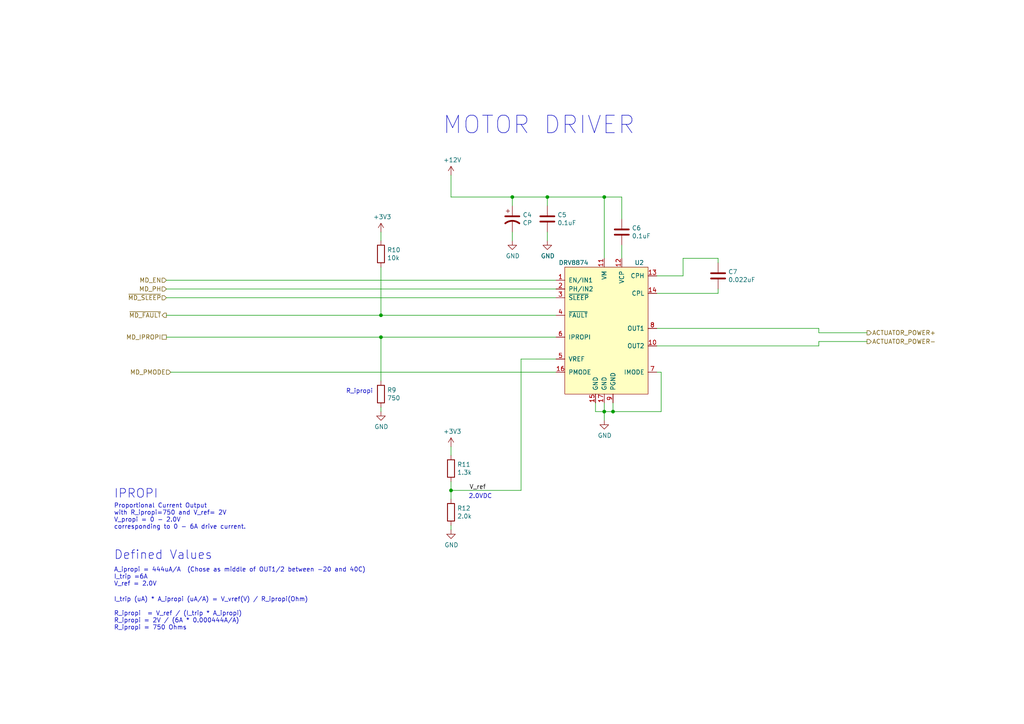
<source format=kicad_sch>
(kicad_sch (version 20230121) (generator eeschema)
  (paper "A4")
  (title_block (date "2024-07-22") (rev "1.3") (comment 1 "Design by: Matt Casari") (comment 2 "Updated by Joseph Kurina"))
  (lib_symbols
    (symbol "Device:C" (pin_numbers hide) (pin_names (offset 0.254))
      (property "Reference" "C" (at 0.635 2.54 0))
      (property "Value" "C" (at 0.635 -2.54 0))
      (symbol "C_0_1"
        (polyline (pts (xy -2.032 -0.762) (xy 2.032 -0.762)) (stroke (width 0.508)))
        (polyline (pts (xy -2.032 0.762) (xy 2.032 0.762)) (stroke (width 0.508)))
      )
      (symbol "C_1_1"
        (pin passive line (at 0 3.81 270) (length 2.794) (name "~") (number "1"))
        (pin passive line (at 0 -3.81 90) (length 2.794) (name "~") (number "2"))
      )
    )
    (symbol "Device:C_Polarized_US" (pin_numbers hide) (pin_names (offset 0.254) hide)
      (property "Reference" "C" (at 0.635 2.54 0))
      (property "Value" "C_Polarized_US" (at 0.635 -2.54 0))
      (symbol "C_Polarized_US_0_1"
        (polyline (pts (xy -2.032 0.762) (xy 2.032 0.762)) (stroke (width 0.508)))
        (polyline (pts (xy -1.778 2.286) (xy -0.762 2.286)))
        (polyline (pts (xy -1.27 1.778) (xy -1.27 2.794)))
        (arc (start 2.032 -1.27) (mid 0 -0.5572) (end -2.032 -1.27) (stroke (width 0.508)))
      )
      (symbol "C_Polarized_US_1_1"
        (pin passive line (at 0 3.81 270) (length 2.794) (name "~") (number "1"))
        (pin passive line (at 0 -3.81 90) (length 3.302) (name "~") (number "2"))
      )
    )
    (symbol "Device:R" (pin_numbers hide) (pin_names (offset 0))
      (property "Reference" "R" (at 2.032 0 90))
      (property "Value" "R" (at 0 0 90))
      (symbol "R_0_1"
        (rectangle (start -1.016 -2.54) (end 1.016 2.54) (stroke (width 0.254)))
      )
      (symbol "R_1_1"
        (pin passive line (at 0 3.81 270) (length 1.27) (name "~") (number "1"))
        (pin passive line (at 0 -3.81 90) (length 1.27) (name "~") (number "2"))
      )
    )
    (symbol "PMEL_MotorDriver:DRV8874" (pin_names (offset 1.016))
      (property "Reference" "U" (at 7.62 19.05 0))
      (property "Value" "DRV8874" (at -8.89 19.05 0))
      (symbol "DRV8874_0_0"
        (pin input line (at -15.24 13.97 0) (length 2.54) (name "EN/IN1") (number "1"))
        (pin output line (at 13.97 -5.08 180) (length 2.54) (name "OUT2") (number "10"))
        (pin power_in line (at -1.27 20.32 270) (length 2.54) (name "VM") (number "11"))
        (pin power_out line (at 3.81 20.32 270) (length 2.54) (name "VCP") (number "12"))
        (pin passive line (at 13.97 15.24 180) (length 2.54) (name "CPH") (number "13"))
        (pin passive line (at 13.97 10.16 180) (length 2.54) (name "CPL") (number "14"))
        (pin power_in line (at -3.81 -21.59 90) (length 2.54) (name "GND") (number "15"))
        (pin input line (at -15.24 -12.7 0) (length 2.54) (name "PMODE") (number "16"))
        (pin power_in line (at -1.27 -21.59 90) (length 2.54) (name "GND") (number "17"))
        (pin input line (at -15.24 11.43 0) (length 2.54) (name "PH/IN2") (number "2"))
        (pin input line (at -15.24 8.89 0) (length 2.54) (name "~{SLEEP}") (number "3"))
        (pin open_collector line (at -15.24 3.81 0) (length 2.54) (name "~{FAULT}") (number "4"))
        (pin input line (at -15.24 -8.89 0) (length 2.54) (name "VREF") (number "5"))
        (pin output line (at -15.24 -2.54 0) (length 2.54) (name "IPROPI") (number "6"))
        (pin input line (at 13.97 -12.7 180) (length 2.54) (name "IMODE") (number "7"))
        (pin output line (at 13.97 0 180) (length 2.54) (name "OUT1") (number "8"))
        (pin power_in line (at 1.27 -21.59 90) (length 2.54) (name "PGND") (number "9"))
      )
      (symbol "DRV8874_0_1"
        (rectangle (start -12.7 17.78) (end 11.43 -19.05) (fill (type background)))
      )
    )
    (symbol "power:+12V" (power) (pin_names (offset 0))
      (property "Value" "+12V" (at 0 3.556 0))
      (symbol "+12V_0_1"
        (polyline (pts (xy -0.762 1.27) (xy 0 2.54)))
        (polyline (pts (xy 0 0) (xy 0 2.54)))
        (polyline (pts (xy 0 2.54) (xy 0.762 1.27)))
      )
      (symbol "+12V_1_1"
        (pin power_in line (at 0 0 90) (length 0) hide (name "+12V") (number "1"))
      )
    )
    (symbol "power:+3V3" (power) (pin_names (offset 0))
      (property "Value" "+3V3" (at 0 3.556 0))
      (symbol "+3V3_0_1"
        (polyline (pts (xy -0.762 1.27) (xy 0 2.54)))
        (polyline (pts (xy 0 0) (xy 0 2.54)))
        (polyline (pts (xy 0 2.54) (xy 0.762 1.27)))
      )
      (symbol "+3V3_1_1"
        (pin power_in line (at 0 0 90) (length 0) hide (name "+3V3") (number "1"))
      )
    )
    (symbol "power:GND" (power) (pin_names (offset 0))
      (property "Value" "GND" (at 0 -3.81 0))
      (symbol "GND_0_1"
        (polyline (pts (xy 0 0) (xy 0 -1.27) (xy 1.27 -1.27) (xy 0 -2.54) (xy -1.27 -1.27) (xy 0 -1.27)))
      )
      (symbol "GND_1_1"
        (pin power_in line (at 0 0 270) (length 0) hide (name "GND") (number "1"))
      )
    )
  )
  (junction (at 158.75 57.15))
  (junction (at 110.49 91.44))
  (junction (at 110.49 97.79))
  (junction (at 175.26 57.15))
  (junction (at 130.81 142.24))
  (junction (at 175.26 119.38))
  (junction (at 177.8 119.38))
  (junction (at 148.59 57.15))
  (wire (pts (xy 110.49 119.38) (xy 110.49 118.11)))
  (wire (pts (xy 48.26 86.36) (xy 161.29 86.36)))
  (wire (pts (xy 148.59 57.15) (xy 158.75 57.15)))
  (wire (pts (xy 191.77 119.38) (xy 191.77 107.95)))
  (wire (pts (xy 175.26 74.93) (xy 175.26 57.15)))
  (wire (pts (xy 158.75 69.85) (xy 158.75 67.31)))
  (wire (pts (xy 180.34 63.5) (xy 180.34 57.15)))
  (wire (pts (xy 110.49 97.79) (xy 161.29 97.79)))
  (wire (pts (xy 175.26 121.92) (xy 175.26 119.38)))
  (wire (pts (xy 208.28 74.93) (xy 208.28 76.2)))
  (wire (pts (xy 190.5 85.09) (xy 208.28 85.09)))
  (wire (pts (xy 130.81 139.7) (xy 130.81 142.24)))
  (wire (pts (xy 190.5 80.01) (xy 198.12 80.01)))
  (wire (pts (xy 49.53 107.95) (xy 161.29 107.95)))
  (wire (pts (xy 48.26 81.28) (xy 161.29 81.28)))
  (wire (pts (xy 110.49 69.85) (xy 110.49 67.31)))
  (wire (pts (xy 110.49 110.49) (xy 110.49 97.79)))
  (wire (pts (xy 130.81 129.54) (xy 130.81 132.08)))
  (wire (pts (xy 158.75 57.15) (xy 158.75 59.69)))
  (wire (pts (xy 130.81 142.24) (xy 130.81 144.78)))
  (wire (pts (xy 151.13 104.14) (xy 151.13 142.24)))
  (wire (pts (xy 208.28 85.09) (xy 208.28 83.82)))
  (wire (pts (xy 161.29 104.14) (xy 151.13 104.14)))
  (wire (pts (xy 177.8 116.84) (xy 177.8 119.38)))
  (wire (pts (xy 198.12 74.93) (xy 208.28 74.93)))
  (wire (pts (xy 198.12 80.01) (xy 198.12 74.93)))
  (wire (pts (xy 177.8 119.38) (xy 175.26 119.38)))
  (wire (pts (xy 48.26 91.44) (xy 110.49 91.44)))
  (wire (pts (xy 180.34 71.12) (xy 180.34 74.93)))
  (wire (pts (xy 48.26 83.82) (xy 161.29 83.82)))
  (wire (pts (xy 177.8 119.38) (xy 191.77 119.38)))
  (wire (pts (xy 190.5 95.25) (xy 237.49 95.25)))
  (wire (pts (xy 130.81 153.67) (xy 130.81 152.4)))
  (wire (pts (xy 110.49 91.44) (xy 161.29 91.44)))
  (wire (pts (xy 151.13 142.24) (xy 130.81 142.24)))
  (wire (pts (xy 110.49 77.47) (xy 110.49 91.44)))
  (wire (pts (xy 190.5 100.33) (xy 237.49 100.33)))
  (wire (pts (xy 172.72 116.84) (xy 172.72 119.38)))
  (wire (pts (xy 237.49 99.06) (xy 251.46 99.06)))
  (wire (pts (xy 48.26 97.79) (xy 110.49 97.79)))
  (wire (pts (xy 172.72 119.38) (xy 175.26 119.38)))
  (wire (pts (xy 251.46 96.52) (xy 237.49 96.52)))
  (wire (pts (xy 191.77 107.95) (xy 190.5 107.95)))
  (wire (pts (xy 175.26 119.38) (xy 175.26 116.84)))
  (wire (pts (xy 237.49 99.06) (xy 237.49 100.33)))
  (wire (pts (xy 148.59 57.15) (xy 148.59 59.69)))
  (wire (pts (xy 237.49 95.25) (xy 237.49 96.52)))
  (wire (pts (xy 175.26 57.15) (xy 180.34 57.15)))
  (wire (pts (xy 130.81 57.15) (xy 148.59 57.15)))
  (wire (pts (xy 130.81 57.15) (xy 130.81 50.8)))
  (wire (pts (xy 148.59 69.85) (xy 148.59 67.31)))
  (wire (pts (xy 158.75 57.15) (xy 175.26 57.15)))
  (text "R_ipropi" (at 100.33 114.3 0) (effects (font (size 1.27 1.27)) (justify left bottom)))
  (text "Defined Values" (at 33.02 162.56 0) (effects (font (size 2.54 2.54)) (justify left bottom)))
  (text "A_ipropi = 444uA/A  (Chose as middle of OUT1/2 between -20 and 40C)\nI_trip =6A\nV_ref = 2.0V" (at 33.02 170.18 0) (effects (font (size 1.27 1.27)) (justify left bottom)))
  (text "I_trip (uA) * A_ipropi (uA/A) = V_vref(V) / R_ipropi(Ohm)\n\nR_ipropi  = V_ref / (I_trip * A_ipropi)\nR_ipropi = 2V / (6A * 0.000444A/A)\nR_ipropi = 750 Ohms" (at 33.02 182.88 0) (effects (font (size 1.27 1.27)) (justify left bottom)))
  (text "IPROPI" (at 33.02 144.78 0) (effects (font (size 2.54 2.54)) (justify left bottom)))
  (text "MOTOR DRIVER" (at 128.27 39.37 0) (effects (font (size 5.08 5.08)) (justify left bottom)))
  (text "Proportional Current Output\nwith R_ipropi=750 and V_ref= 2V\nV_propi = 0 - 2.0V\ncorresponding to 0 - 6A drive current." (at 33.02 153.67 0) (effects (font (size 1.27 1.27)) (justify left bottom)))
  (text "2.0VDC" (at 135.89 144.78 0) (effects (font (size 1.27 1.27)) (justify left bottom)))
  (label "V_ref" (at 140.97 142.24 180))
  (hierarchical_label "~{MD_SLEEP}" (shape input) (at 48.26 86.36 180))
  (hierarchical_label "MD_IPROPI" (shape passive) (at 48.26 97.79 180))
  (hierarchical_label "MD_PMODE" (shape input) (at 49.53 107.95 180))
  (hierarchical_label "MD_EN" (shape input) (at 48.26 81.28 180))
  (hierarchical_label "ACTUATOR_POWER-" (shape output) (at 251.46 99.06 0))
  (hierarchical_label "ACTUATOR_POWER+" (shape output) (at 251.46 96.52 0))
  (hierarchical_label "~{MD_FAULT}" (shape output) (at 48.26 91.44 180))
  (hierarchical_label "MD_PH" (shape input) (at 48.26 83.82 180))
  (symbol (lib_id "PMEL_MotorDriver:DRV8874") (at 176.53 95.25 0) (unit 1)
    (property "Reference" "U2" (at 185.42 76.2 0))
    (property "Value" "DRV8874" (at 166.37 76.2 0))
    (property "Footprint" "Package_SO:HTSSOP-16-1EP_4.4x5mm_P0.65mm_EP3.4x5mm_Mask3x3mm_ThermalVias" (effects hide))
    (property "Datasheet" "https://www.ti.com/lit/ds/symlink/drv8874.pdf?ts=1591932536319&ref_url=https%253A%252F%252Fwww.ti.com%252Fproduct%252FDRV8874%253FkeyMatch%253DDRV8874%2526tisearch%253DSearch-EN-everything%2526usecase%253DGPN" (effects hide))
    (property "MPN" "DRV8874PWPR" (effects hide))
  )
  (symbol (lib_id "power:GND") (at 175.26 121.92 0) (unit 1)
    (property "Reference" "#PWR018" (effects hide))
    (property "Value" "GND" (at 175.387 126.3142 0))
  )
  (symbol (lib_id "Device:R") (at 130.81 148.59 0) (unit 1)
    (property "Reference" "R12" (at 132.588 147.4216 0) (effects (justify left)))
    (property "Value" "2.0k" (at 132.588 149.733 0) (effects (justify left)))
    (property "Footprint" "Resistor_SMD:R_0805_2012Metric" (effects hide))
    (property "MPN" "RNCP0805FTD2K00" (effects hide))
  )
  (symbol (lib_id "Device:R") (at 130.81 135.89 0) (unit 1)
    (property "Reference" "R11" (at 132.588 134.7216 0) (effects (justify left)))
    (property "Value" "1.3k" (at 132.588 137.033 0) (effects (justify left)))
    (property "Footprint" "Resistor_SMD:R_0805_2012Metric" (effects hide))
    (property "MPN" "RNCP0805FTD1K30" (effects hide))
  )
  (symbol (lib_id "power:GND") (at 130.81 153.67 0) (unit 1)
    (property "Reference" "#PWR014" (effects hide))
    (property "Value" "GND" (at 130.937 158.0642 0))
  )
  (symbol (lib_id "power:+3V3") (at 130.81 129.54 0) (unit 1)
    (property "Reference" "#PWR013" (effects hide))
    (property "Value" "+3V3" (at 131.191 125.1458 0))
  )
  (symbol (lib_id "Device:R") (at 110.49 73.66 0) (unit 1)
    (property "Reference" "R10" (at 112.268 72.4916 0) (effects (justify left)))
    (property "Value" "10k" (at 112.268 74.803 0) (effects (justify left)))
    (property "Footprint" "Resistor_SMD:R_0805_2012Metric" (effects hide))
    (property "MPN" "RNCP0805FTD10K0" (effects hide))
  )
  (symbol (lib_id "power:+3V3") (at 110.49 67.31 0) (unit 1)
    (property "Reference" "#PWR012" (effects hide))
    (property "Value" "+3V3" (at 110.871 62.9158 0))
  )
  (symbol (lib_id "Device:R") (at 110.49 114.3 0) (unit 1)
    (property "Reference" "R9" (at 112.268 113.1316 0) (effects (justify left)))
    (property "Value" "750" (at 112.268 115.443 0) (effects (justify left)))
    (property "Footprint" "Resistor_SMD:R_0805_2012Metric" (effects hide))
    (property "MPN" "CRG0805F750R" (effects hide))
  )
  (symbol (lib_id "power:GND") (at 110.49 119.38 0) (unit 1)
    (property "Reference" "#PWR011" (effects hide))
    (property "Value" "GND" (at 110.617 123.7742 0))
  )
  (symbol (lib_id "Device:C") (at 208.28 80.01 0) (unit 1)
    (property "Reference" "C7" (at 211.201 78.8416 0) (effects (justify left)))
    (property "Value" "0.022uF" (at 211.201 81.153 0) (effects (justify left)))
    (property "Footprint" "Capacitor_SMD:C_0805_2012Metric" (effects hide))
    (property "MPN" "C2012X7R2E223K125AA" (effects hide))
  )
  (symbol (lib_id "Device:C") (at 180.34 67.31 0) (unit 1)
    (property "Reference" "C6" (at 183.261 66.1416 0) (effects (justify left)))
    (property "Value" "0.1uF" (at 183.261 68.453 0) (effects (justify left)))
    (property "Footprint" "Capacitor_SMD:C_0805_2012Metric" (effects hide))
    (property "VR" "16V" (effects hide))
    (property "Type" "X7R" (effects hide))
    (property "MPN" "885012207045" (effects hide))
  )
  (symbol (lib_id "Device:C") (at 158.75 63.5 0) (unit 1)
    (property "Reference" "C5" (at 161.671 62.3316 0) (effects (justify left)))
    (property "Value" "0.1uF" (at 161.671 64.643 0) (effects (justify left)))
    (property "Footprint" "Capacitor_SMD:C_0805_2012Metric" (effects hide))
    (property "MPN" "885012207045" (effects hide))
  )
  (symbol (lib_id "power:GND") (at 158.75 69.85 0) (unit 1)
    (property "Reference" "#PWR017" (effects hide))
    (property "Value" "GND" (at 158.877 74.2442 0))
  )
  (symbol (lib_id "Device:C_Polarized_US") (at 148.59 63.5 0) (unit 1)
    (property "Reference" "C4" (at 151.5872 62.3316 0) (effects (justify left)))
    (property "Value" "CP" (at 151.5872 64.643 0) (effects (justify left)))
    (property "Footprint" "Capacitor_THT:CP_Radial_D12.5mm_P5.00mm" (effects hide))
    (property "MPN" "ECA-1HM102B" (effects hide))
  )
  (symbol (lib_id "power:GND") (at 148.59 69.85 0) (unit 1)
    (property "Reference" "#PWR016" (effects hide))
    (property "Value" "GND" (at 148.717 74.2442 0))
  )
  (symbol (lib_id "power:+12V") (at 130.81 50.8 0) (unit 1)
    (property "Reference" "#PWR036" (effects hide))
    (property "Value" "+12V" (at 131.191 46.4058 0))
  )
)
</source>
